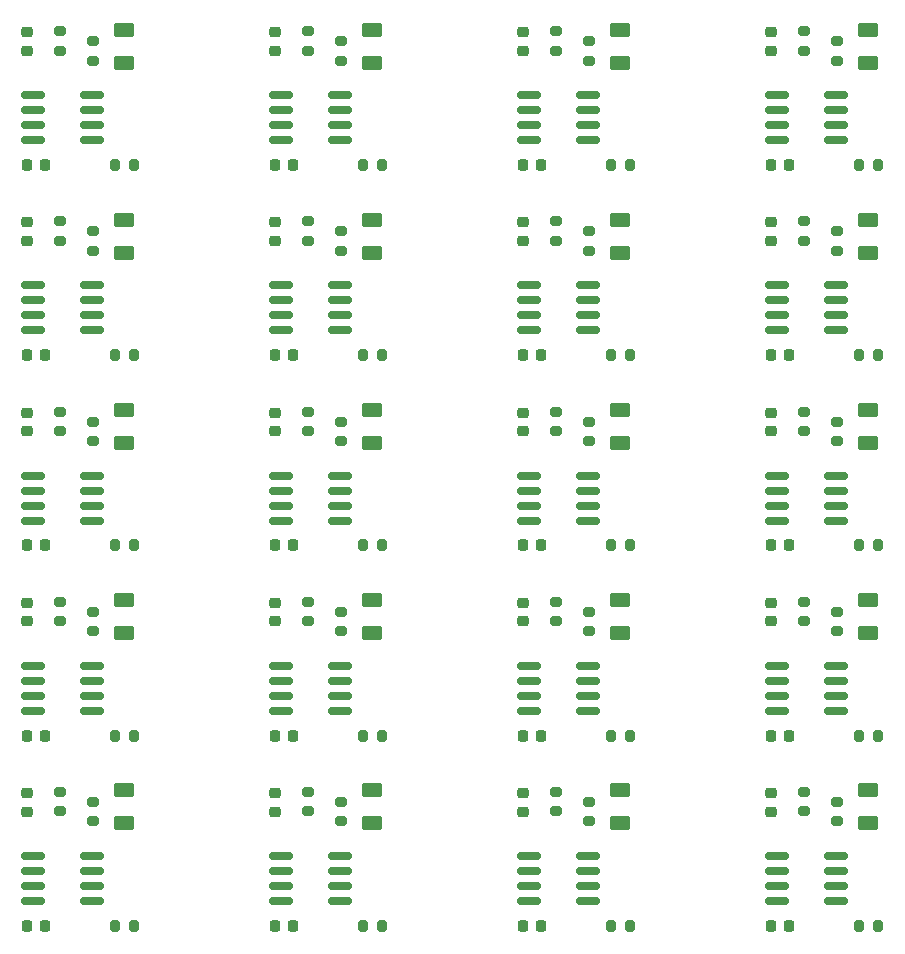
<source format=gbr>
%TF.GenerationSoftware,KiCad,Pcbnew,7.0.9*%
%TF.CreationDate,2024-07-19T15:30:45+09:00*%
%TF.ProjectId,panelize,70616e65-6c69-47a6-952e-6b696361645f,rev?*%
%TF.SameCoordinates,PX39748eaPY88a96c5*%
%TF.FileFunction,Paste,Top*%
%TF.FilePolarity,Positive*%
%FSLAX46Y46*%
G04 Gerber Fmt 4.6, Leading zero omitted, Abs format (unit mm)*
G04 Created by KiCad (PCBNEW 7.0.9) date 2024-07-19 15:30:45*
%MOMM*%
%LPD*%
G01*
G04 APERTURE LIST*
G04 Aperture macros list*
%AMRoundRect*
0 Rectangle with rounded corners*
0 $1 Rounding radius*
0 $2 $3 $4 $5 $6 $7 $8 $9 X,Y pos of 4 corners*
0 Add a 4 corners polygon primitive as box body*
4,1,4,$2,$3,$4,$5,$6,$7,$8,$9,$2,$3,0*
0 Add four circle primitives for the rounded corners*
1,1,$1+$1,$2,$3*
1,1,$1+$1,$4,$5*
1,1,$1+$1,$6,$7*
1,1,$1+$1,$8,$9*
0 Add four rect primitives between the rounded corners*
20,1,$1+$1,$2,$3,$4,$5,0*
20,1,$1+$1,$4,$5,$6,$7,0*
20,1,$1+$1,$6,$7,$8,$9,0*
20,1,$1+$1,$8,$9,$2,$3,0*%
G04 Aperture macros list end*
%ADD10RoundRect,0.200000X-0.275000X0.200000X-0.275000X-0.200000X0.275000X-0.200000X0.275000X0.200000X0*%
%ADD11RoundRect,0.150000X-0.825000X-0.150000X0.825000X-0.150000X0.825000X0.150000X-0.825000X0.150000X0*%
%ADD12RoundRect,0.200000X0.275000X-0.200000X0.275000X0.200000X-0.275000X0.200000X-0.275000X-0.200000X0*%
%ADD13RoundRect,0.250000X0.625000X-0.375000X0.625000X0.375000X-0.625000X0.375000X-0.625000X-0.375000X0*%
%ADD14RoundRect,0.200000X-0.200000X-0.275000X0.200000X-0.275000X0.200000X0.275000X-0.200000X0.275000X0*%
%ADD15RoundRect,0.218750X-0.218750X-0.256250X0.218750X-0.256250X0.218750X0.256250X-0.218750X0.256250X0*%
%ADD16RoundRect,0.218750X-0.256250X0.218750X-0.256250X-0.218750X0.256250X-0.218750X0.256250X0.218750X0*%
G04 APERTURE END LIST*
D10*
%TO.C,R2*%
X76303750Y81075293D03*
X76303750Y82725293D03*
%TD*%
D11*
%TO.C,U1*%
X37028750Y61205293D03*
X37028750Y59935293D03*
X37028750Y58665293D03*
X37028750Y57395293D03*
X32078750Y57395293D03*
X32078750Y58665293D03*
X32078750Y59935293D03*
X32078750Y61205293D03*
%TD*%
D12*
%TO.C,470*%
X58153750Y81875293D03*
X58153750Y80225293D03*
%TD*%
D13*
%TO.C,D3*%
X39753750Y66750293D03*
X39753750Y63950293D03*
%TD*%
D14*
%TO.C,R1*%
X82628750Y55300293D03*
X80978750Y55300293D03*
%TD*%
D10*
%TO.C,R2*%
X76303750Y48875293D03*
X76303750Y50525293D03*
%TD*%
D13*
%TO.C,D3*%
X39753750Y82850293D03*
X39753750Y80050293D03*
%TD*%
D14*
%TO.C,R1*%
X19628750Y23100293D03*
X17978750Y23100293D03*
%TD*%
D12*
%TO.C,470*%
X37153750Y33575293D03*
X37153750Y31925293D03*
%TD*%
D13*
%TO.C,D3*%
X18753750Y34550293D03*
X18753750Y31750293D03*
%TD*%
D15*
%TO.C,LED1*%
X33091250Y39200293D03*
X31516250Y39200293D03*
%TD*%
D10*
%TO.C,R2*%
X55303750Y64975293D03*
X55303750Y66625293D03*
%TD*%
D14*
%TO.C,R1*%
X40628750Y7000293D03*
X38978750Y7000293D03*
%TD*%
D12*
%TO.C,470*%
X58153750Y17475293D03*
X58153750Y15825293D03*
%TD*%
D11*
%TO.C,U1*%
X37028750Y45105293D03*
X37028750Y43835293D03*
X37028750Y42565293D03*
X37028750Y41295293D03*
X32078750Y41295293D03*
X32078750Y42565293D03*
X32078750Y43835293D03*
X32078750Y45105293D03*
%TD*%
D16*
%TO.C,LED2*%
X73553750Y32762793D03*
X73553750Y34337793D03*
%TD*%
D14*
%TO.C,R1*%
X19628750Y71400293D03*
X17978750Y71400293D03*
%TD*%
D10*
%TO.C,R2*%
X34303750Y32775293D03*
X34303750Y34425293D03*
%TD*%
D15*
%TO.C,LED1*%
X75091250Y55300293D03*
X73516250Y55300293D03*
%TD*%
D11*
%TO.C,U1*%
X58028750Y12905293D03*
X58028750Y11635293D03*
X58028750Y10365293D03*
X58028750Y9095293D03*
X53078750Y9095293D03*
X53078750Y10365293D03*
X53078750Y11635293D03*
X53078750Y12905293D03*
%TD*%
%TO.C,U1*%
X79028750Y45105293D03*
X79028750Y43835293D03*
X79028750Y42565293D03*
X79028750Y41295293D03*
X74078750Y41295293D03*
X74078750Y42565293D03*
X74078750Y43835293D03*
X74078750Y45105293D03*
%TD*%
D15*
%TO.C,LED1*%
X54091250Y23100293D03*
X52516250Y23100293D03*
%TD*%
D13*
%TO.C,D3*%
X60753750Y82850293D03*
X60753750Y80050293D03*
%TD*%
%TO.C,D3*%
X60753750Y34550293D03*
X60753750Y31750293D03*
%TD*%
D16*
%TO.C,LED2*%
X10553750Y64962793D03*
X10553750Y66537793D03*
%TD*%
%TO.C,LED2*%
X10553750Y48862793D03*
X10553750Y50437793D03*
%TD*%
D13*
%TO.C,D3*%
X18753750Y18450293D03*
X18753750Y15650293D03*
%TD*%
D11*
%TO.C,U1*%
X16028750Y12905293D03*
X16028750Y11635293D03*
X16028750Y10365293D03*
X16028750Y9095293D03*
X11078750Y9095293D03*
X11078750Y10365293D03*
X11078750Y11635293D03*
X11078750Y12905293D03*
%TD*%
D12*
%TO.C,470*%
X37153750Y81875293D03*
X37153750Y80225293D03*
%TD*%
%TO.C,470*%
X16153750Y17475293D03*
X16153750Y15825293D03*
%TD*%
D15*
%TO.C,LED1*%
X75091250Y23100293D03*
X73516250Y23100293D03*
%TD*%
D16*
%TO.C,LED2*%
X10553750Y81062793D03*
X10553750Y82637793D03*
%TD*%
D14*
%TO.C,R1*%
X82628750Y23100293D03*
X80978750Y23100293D03*
%TD*%
D12*
%TO.C,470*%
X79153750Y65775293D03*
X79153750Y64125293D03*
%TD*%
D16*
%TO.C,LED2*%
X31553750Y81062793D03*
X31553750Y82637793D03*
%TD*%
D10*
%TO.C,R2*%
X55303750Y16675293D03*
X55303750Y18325293D03*
%TD*%
D14*
%TO.C,R1*%
X40628750Y39200293D03*
X38978750Y39200293D03*
%TD*%
D10*
%TO.C,R2*%
X55303750Y48875293D03*
X55303750Y50525293D03*
%TD*%
%TO.C,R2*%
X76303750Y32775293D03*
X76303750Y34425293D03*
%TD*%
%TO.C,R2*%
X34303750Y16675293D03*
X34303750Y18325293D03*
%TD*%
D15*
%TO.C,LED1*%
X33091250Y71400293D03*
X31516250Y71400293D03*
%TD*%
D11*
%TO.C,U1*%
X58028750Y77305293D03*
X58028750Y76035293D03*
X58028750Y74765293D03*
X58028750Y73495293D03*
X53078750Y73495293D03*
X53078750Y74765293D03*
X53078750Y76035293D03*
X53078750Y77305293D03*
%TD*%
D13*
%TO.C,D3*%
X81753750Y82850293D03*
X81753750Y80050293D03*
%TD*%
D10*
%TO.C,R2*%
X55303750Y32775293D03*
X55303750Y34425293D03*
%TD*%
D15*
%TO.C,LED1*%
X54091250Y39200293D03*
X52516250Y39200293D03*
%TD*%
D16*
%TO.C,LED2*%
X31553750Y16662793D03*
X31553750Y18237793D03*
%TD*%
D13*
%TO.C,D3*%
X60753750Y66750293D03*
X60753750Y63950293D03*
%TD*%
D11*
%TO.C,U1*%
X16028750Y29005293D03*
X16028750Y27735293D03*
X16028750Y26465293D03*
X16028750Y25195293D03*
X11078750Y25195293D03*
X11078750Y26465293D03*
X11078750Y27735293D03*
X11078750Y29005293D03*
%TD*%
D14*
%TO.C,R1*%
X40628750Y55300293D03*
X38978750Y55300293D03*
%TD*%
D13*
%TO.C,D3*%
X18753750Y50650293D03*
X18753750Y47850293D03*
%TD*%
D14*
%TO.C,R1*%
X40628750Y71400293D03*
X38978750Y71400293D03*
%TD*%
D16*
%TO.C,LED2*%
X52553750Y48862793D03*
X52553750Y50437793D03*
%TD*%
%TO.C,LED2*%
X73553750Y48862793D03*
X73553750Y50437793D03*
%TD*%
D11*
%TO.C,U1*%
X16028750Y77305293D03*
X16028750Y76035293D03*
X16028750Y74765293D03*
X16028750Y73495293D03*
X11078750Y73495293D03*
X11078750Y74765293D03*
X11078750Y76035293D03*
X11078750Y77305293D03*
%TD*%
D15*
%TO.C,LED1*%
X12091250Y71400293D03*
X10516250Y71400293D03*
%TD*%
D12*
%TO.C,470*%
X58153750Y33575293D03*
X58153750Y31925293D03*
%TD*%
D11*
%TO.C,U1*%
X16028750Y45105293D03*
X16028750Y43835293D03*
X16028750Y42565293D03*
X16028750Y41295293D03*
X11078750Y41295293D03*
X11078750Y42565293D03*
X11078750Y43835293D03*
X11078750Y45105293D03*
%TD*%
D10*
%TO.C,R2*%
X55303750Y81075293D03*
X55303750Y82725293D03*
%TD*%
D13*
%TO.C,D3*%
X81753750Y18450293D03*
X81753750Y15650293D03*
%TD*%
D10*
%TO.C,R2*%
X76303750Y64975293D03*
X76303750Y66625293D03*
%TD*%
D14*
%TO.C,R1*%
X61628750Y7000293D03*
X59978750Y7000293D03*
%TD*%
D15*
%TO.C,LED1*%
X33091250Y23100293D03*
X31516250Y23100293D03*
%TD*%
D11*
%TO.C,U1*%
X79028750Y12905293D03*
X79028750Y11635293D03*
X79028750Y10365293D03*
X79028750Y9095293D03*
X74078750Y9095293D03*
X74078750Y10365293D03*
X74078750Y11635293D03*
X74078750Y12905293D03*
%TD*%
D16*
%TO.C,LED2*%
X73553750Y64962793D03*
X73553750Y66537793D03*
%TD*%
%TO.C,LED2*%
X10553750Y32762793D03*
X10553750Y34337793D03*
%TD*%
D15*
%TO.C,LED1*%
X33091250Y55300293D03*
X31516250Y55300293D03*
%TD*%
D13*
%TO.C,D3*%
X39753750Y18450293D03*
X39753750Y15650293D03*
%TD*%
D16*
%TO.C,LED2*%
X10553750Y16662793D03*
X10553750Y18237793D03*
%TD*%
D14*
%TO.C,R1*%
X61628750Y55300293D03*
X59978750Y55300293D03*
%TD*%
D13*
%TO.C,D3*%
X39753750Y34550293D03*
X39753750Y31750293D03*
%TD*%
D12*
%TO.C,470*%
X37153750Y49675293D03*
X37153750Y48025293D03*
%TD*%
D14*
%TO.C,R1*%
X61628750Y39200293D03*
X59978750Y39200293D03*
%TD*%
D12*
%TO.C,470*%
X16153750Y65775293D03*
X16153750Y64125293D03*
%TD*%
D13*
%TO.C,D3*%
X81753750Y34550293D03*
X81753750Y31750293D03*
%TD*%
D16*
%TO.C,LED2*%
X52553750Y16662793D03*
X52553750Y18237793D03*
%TD*%
D10*
%TO.C,R2*%
X13303750Y48875293D03*
X13303750Y50525293D03*
%TD*%
D14*
%TO.C,R1*%
X82628750Y39200293D03*
X80978750Y39200293D03*
%TD*%
D11*
%TO.C,U1*%
X79028750Y61205293D03*
X79028750Y59935293D03*
X79028750Y58665293D03*
X79028750Y57395293D03*
X74078750Y57395293D03*
X74078750Y58665293D03*
X74078750Y59935293D03*
X74078750Y61205293D03*
%TD*%
D12*
%TO.C,470*%
X79153750Y17475293D03*
X79153750Y15825293D03*
%TD*%
D13*
%TO.C,D3*%
X60753750Y18450293D03*
X60753750Y15650293D03*
%TD*%
D11*
%TO.C,U1*%
X58028750Y29005293D03*
X58028750Y27735293D03*
X58028750Y26465293D03*
X58028750Y25195293D03*
X53078750Y25195293D03*
X53078750Y26465293D03*
X53078750Y27735293D03*
X53078750Y29005293D03*
%TD*%
D16*
%TO.C,LED2*%
X31553750Y32762793D03*
X31553750Y34337793D03*
%TD*%
D14*
%TO.C,R1*%
X82628750Y71400293D03*
X80978750Y71400293D03*
%TD*%
D15*
%TO.C,LED1*%
X75091250Y71400293D03*
X73516250Y71400293D03*
%TD*%
D11*
%TO.C,U1*%
X16028750Y61205293D03*
X16028750Y59935293D03*
X16028750Y58665293D03*
X16028750Y57395293D03*
X11078750Y57395293D03*
X11078750Y58665293D03*
X11078750Y59935293D03*
X11078750Y61205293D03*
%TD*%
%TO.C,U1*%
X37028750Y77305293D03*
X37028750Y76035293D03*
X37028750Y74765293D03*
X37028750Y73495293D03*
X32078750Y73495293D03*
X32078750Y74765293D03*
X32078750Y76035293D03*
X32078750Y77305293D03*
%TD*%
D10*
%TO.C,R2*%
X13303750Y81075293D03*
X13303750Y82725293D03*
%TD*%
D11*
%TO.C,U1*%
X79028750Y77305293D03*
X79028750Y76035293D03*
X79028750Y74765293D03*
X79028750Y73495293D03*
X74078750Y73495293D03*
X74078750Y74765293D03*
X74078750Y76035293D03*
X74078750Y77305293D03*
%TD*%
D13*
%TO.C,D3*%
X39753750Y50650293D03*
X39753750Y47850293D03*
%TD*%
%TO.C,D3*%
X18753750Y82850293D03*
X18753750Y80050293D03*
%TD*%
D16*
%TO.C,LED2*%
X73553750Y81062793D03*
X73553750Y82637793D03*
%TD*%
D11*
%TO.C,U1*%
X58028750Y61205293D03*
X58028750Y59935293D03*
X58028750Y58665293D03*
X58028750Y57395293D03*
X53078750Y57395293D03*
X53078750Y58665293D03*
X53078750Y59935293D03*
X53078750Y61205293D03*
%TD*%
D12*
%TO.C,470*%
X16153750Y33575293D03*
X16153750Y31925293D03*
%TD*%
D10*
%TO.C,R2*%
X13303750Y16675293D03*
X13303750Y18325293D03*
%TD*%
%TO.C,R2*%
X34303750Y64975293D03*
X34303750Y66625293D03*
%TD*%
%TO.C,R2*%
X34303750Y81075293D03*
X34303750Y82725293D03*
%TD*%
D11*
%TO.C,U1*%
X79028750Y29005293D03*
X79028750Y27735293D03*
X79028750Y26465293D03*
X79028750Y25195293D03*
X74078750Y25195293D03*
X74078750Y26465293D03*
X74078750Y27735293D03*
X74078750Y29005293D03*
%TD*%
D16*
%TO.C,LED2*%
X31553750Y48862793D03*
X31553750Y50437793D03*
%TD*%
D14*
%TO.C,R1*%
X19628750Y55300293D03*
X17978750Y55300293D03*
%TD*%
D11*
%TO.C,U1*%
X37028750Y12905293D03*
X37028750Y11635293D03*
X37028750Y10365293D03*
X37028750Y9095293D03*
X32078750Y9095293D03*
X32078750Y10365293D03*
X32078750Y11635293D03*
X32078750Y12905293D03*
%TD*%
D12*
%TO.C,470*%
X37153750Y65775293D03*
X37153750Y64125293D03*
%TD*%
D15*
%TO.C,LED1*%
X33091250Y7000293D03*
X31516250Y7000293D03*
%TD*%
D12*
%TO.C,470*%
X79153750Y81875293D03*
X79153750Y80225293D03*
%TD*%
D10*
%TO.C,R2*%
X34303750Y48875293D03*
X34303750Y50525293D03*
%TD*%
D12*
%TO.C,470*%
X37153750Y17475293D03*
X37153750Y15825293D03*
%TD*%
%TO.C,470*%
X79153750Y49675293D03*
X79153750Y48025293D03*
%TD*%
D16*
%TO.C,LED2*%
X52553750Y32762793D03*
X52553750Y34337793D03*
%TD*%
D10*
%TO.C,R2*%
X13303750Y32775293D03*
X13303750Y34425293D03*
%TD*%
D15*
%TO.C,LED1*%
X75091250Y7000293D03*
X73516250Y7000293D03*
%TD*%
D12*
%TO.C,470*%
X79153750Y33575293D03*
X79153750Y31925293D03*
%TD*%
D15*
%TO.C,LED1*%
X12091250Y39200293D03*
X10516250Y39200293D03*
%TD*%
%TO.C,LED1*%
X75091250Y39200293D03*
X73516250Y39200293D03*
%TD*%
D14*
%TO.C,R1*%
X61628750Y71400293D03*
X59978750Y71400293D03*
%TD*%
D13*
%TO.C,D3*%
X60753750Y50650293D03*
X60753750Y47850293D03*
%TD*%
D15*
%TO.C,LED1*%
X54091250Y7000293D03*
X52516250Y7000293D03*
%TD*%
D14*
%TO.C,R1*%
X19628750Y39200293D03*
X17978750Y39200293D03*
%TD*%
D11*
%TO.C,U1*%
X37028750Y29005293D03*
X37028750Y27735293D03*
X37028750Y26465293D03*
X37028750Y25195293D03*
X32078750Y25195293D03*
X32078750Y26465293D03*
X32078750Y27735293D03*
X32078750Y29005293D03*
%TD*%
D12*
%TO.C,470*%
X58153750Y65775293D03*
X58153750Y64125293D03*
%TD*%
D13*
%TO.C,D3*%
X18753750Y66750293D03*
X18753750Y63950293D03*
%TD*%
D16*
%TO.C,LED2*%
X52553750Y64962793D03*
X52553750Y66537793D03*
%TD*%
D15*
%TO.C,LED1*%
X12091250Y55300293D03*
X10516250Y55300293D03*
%TD*%
%TO.C,LED1*%
X54091250Y71400293D03*
X52516250Y71400293D03*
%TD*%
%TO.C,LED1*%
X54091250Y55300293D03*
X52516250Y55300293D03*
%TD*%
D12*
%TO.C,470*%
X16153750Y49675293D03*
X16153750Y48025293D03*
%TD*%
D14*
%TO.C,R1*%
X19628750Y7000293D03*
X17978750Y7000293D03*
%TD*%
D13*
%TO.C,D3*%
X81753750Y50650293D03*
X81753750Y47850293D03*
%TD*%
D14*
%TO.C,R1*%
X40628750Y23100293D03*
X38978750Y23100293D03*
%TD*%
D11*
%TO.C,U1*%
X58028750Y45105293D03*
X58028750Y43835293D03*
X58028750Y42565293D03*
X58028750Y41295293D03*
X53078750Y41295293D03*
X53078750Y42565293D03*
X53078750Y43835293D03*
X53078750Y45105293D03*
%TD*%
D12*
%TO.C,470*%
X16153750Y81875293D03*
X16153750Y80225293D03*
%TD*%
%TO.C,470*%
X58153750Y49675293D03*
X58153750Y48025293D03*
%TD*%
D10*
%TO.C,R2*%
X13303750Y64975293D03*
X13303750Y66625293D03*
%TD*%
D16*
%TO.C,LED2*%
X73553750Y16662793D03*
X73553750Y18237793D03*
%TD*%
%TO.C,LED2*%
X31553750Y64962793D03*
X31553750Y66537793D03*
%TD*%
D15*
%TO.C,LED1*%
X12091250Y7000293D03*
X10516250Y7000293D03*
%TD*%
D16*
%TO.C,LED2*%
X52553750Y81062793D03*
X52553750Y82637793D03*
%TD*%
D14*
%TO.C,R1*%
X82628750Y7000293D03*
X80978750Y7000293D03*
%TD*%
D15*
%TO.C,LED1*%
X12091250Y23100293D03*
X10516250Y23100293D03*
%TD*%
D14*
%TO.C,R1*%
X61628750Y23100293D03*
X59978750Y23100293D03*
%TD*%
D13*
%TO.C,D3*%
X81753750Y66750293D03*
X81753750Y63950293D03*
%TD*%
D10*
%TO.C,R2*%
X76303750Y16675293D03*
X76303750Y18325293D03*
%TD*%
M02*

</source>
